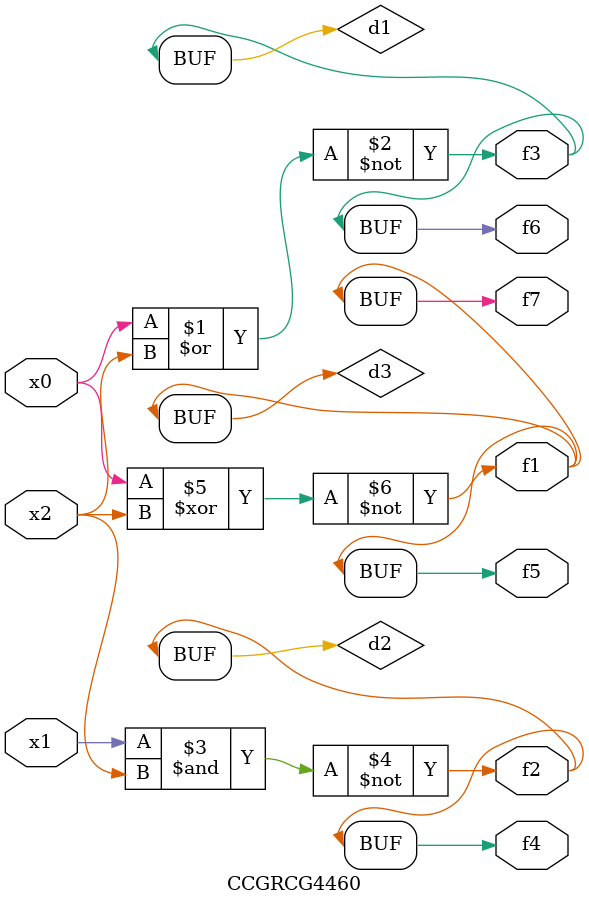
<source format=v>
module CCGRCG4460(
	input x0, x1, x2,
	output f1, f2, f3, f4, f5, f6, f7
);

	wire d1, d2, d3;

	nor (d1, x0, x2);
	nand (d2, x1, x2);
	xnor (d3, x0, x2);
	assign f1 = d3;
	assign f2 = d2;
	assign f3 = d1;
	assign f4 = d2;
	assign f5 = d3;
	assign f6 = d1;
	assign f7 = d3;
endmodule

</source>
